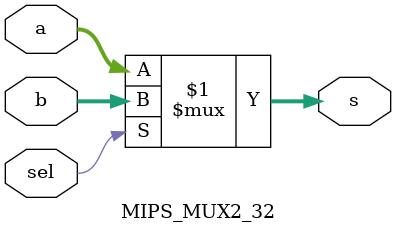
<source format=sv>
module MIPS_MUX2_32(input logic [31:0] a, b,
						  input logic sel,
						  output logic [31:0]s);
	
	assign s = sel ? b : a;
	
endmodule

</source>
